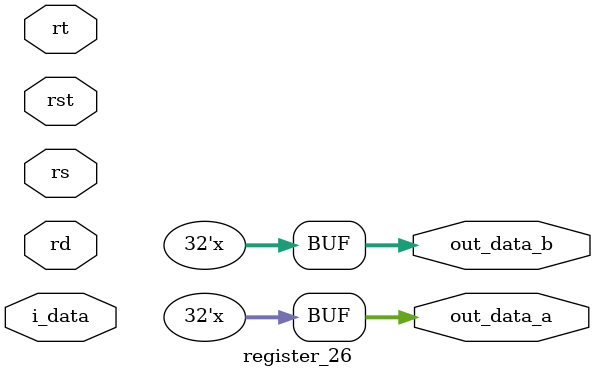
<source format=v>
`timescale 1ns / 1ps

module register_26(rst,rs,rt,rd,i_data,out_data_a,out_data_b);
input rst;
input [4:0]rs,rt,rd;
input [31:0] i_data;
output reg [31:0] out_data_a;
output reg [31:0] out_data_b;

reg [4:0]  reg_num;
reg [31:0] reg_data;

always @(*) begin
      if(rst) begin
            reg_num = 26;
      end
      else begin
          if(reg_num == rs)
               out_data_a <= reg_data;
          if(reg_num == rt)
               out_data_b <= reg_data;
          if(reg_num == rd)    
               reg_data <= i_data;
      end
      
end
endmodule

</source>
